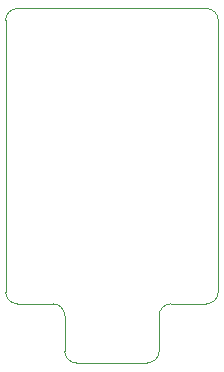
<source format=gm1>
G04 #@! TF.GenerationSoftware,KiCad,Pcbnew,(5.1.5-0-10_14)*
G04 #@! TF.CreationDate,2021-03-21T20:32:30+09:00*
G04 #@! TF.ProjectId,STM32DebugConnector,53544d33-3244-4656-9275-67436f6e6e65,2.0*
G04 #@! TF.SameCoordinates,Original*
G04 #@! TF.FileFunction,Profile,NP*
%FSLAX46Y46*%
G04 Gerber Fmt 4.6, Leading zero omitted, Abs format (unit mm)*
G04 Created by KiCad (PCBNEW (5.1.5-0-10_14)) date 2021-03-21 20:32:30*
%MOMM*%
%LPD*%
G04 APERTURE LIST*
%ADD10C,0.050000*%
G04 APERTURE END LIST*
D10*
X4000000Y-29000000D02*
G75*
G02X3000000Y-30000000I-1000000J0D01*
G01*
X-3000000Y-30000000D02*
G75*
G02X-4000000Y-29000000I0J1000000D01*
G01*
X4000000Y-26000000D02*
G75*
G02X5000000Y-25000000I1000000J0D01*
G01*
X-5000000Y-25000000D02*
G75*
G02X-4000000Y-26000000I0J-1000000D01*
G01*
X-8000000Y-25000000D02*
G75*
G02X-9000000Y-24000000I0J1000000D01*
G01*
X-9000000Y-1000000D02*
G75*
G02X-8000000Y0I1000000J0D01*
G01*
X8000000Y0D02*
G75*
G02X9000000Y-1000000I0J-1000000D01*
G01*
X9000000Y-24000000D02*
G75*
G02X8000000Y-25000000I-1000000J0D01*
G01*
X-9000000Y-24000000D02*
X-9000000Y-1000000D01*
X-5000000Y-25000000D02*
X-8000000Y-25000000D01*
X9000000Y-24000000D02*
X9000000Y-1000000D01*
X5000000Y-25000000D02*
X8000000Y-25000000D01*
X-4000000Y-29000000D02*
X-4000000Y-26000000D01*
X4000000Y-29000000D02*
X4000000Y-26000000D01*
X-3000000Y-30000000D02*
X3000000Y-30000000D01*
X-8000000Y0D02*
X8000000Y0D01*
M02*

</source>
